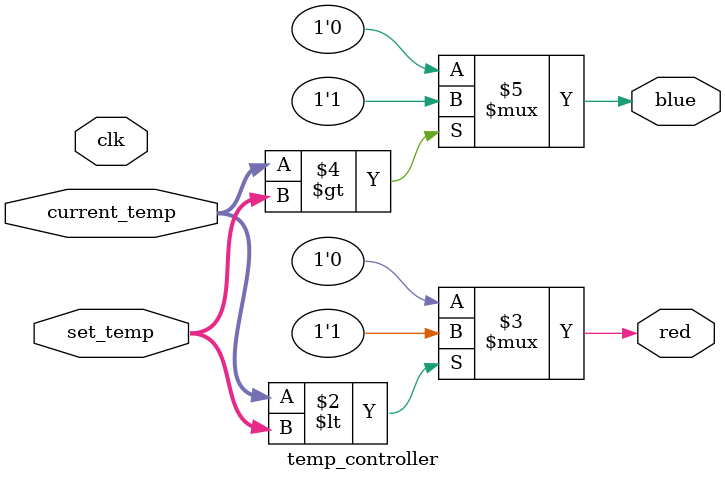
<source format=v>
`timescale 1ns / 1ps


module temp_controller(
    input clk,
    input[7:0] current_temp,
    input [7:0] set_temp,
    output reg red,
    output reg blue
    );
    
    always@(clk)begin
        red <= (current_temp < set_temp) ? 1'b1 : 1'b0;
        blue <= (current_temp > set_temp) ? 1'b1 : 1'b0; 
    end
endmodule

</source>
